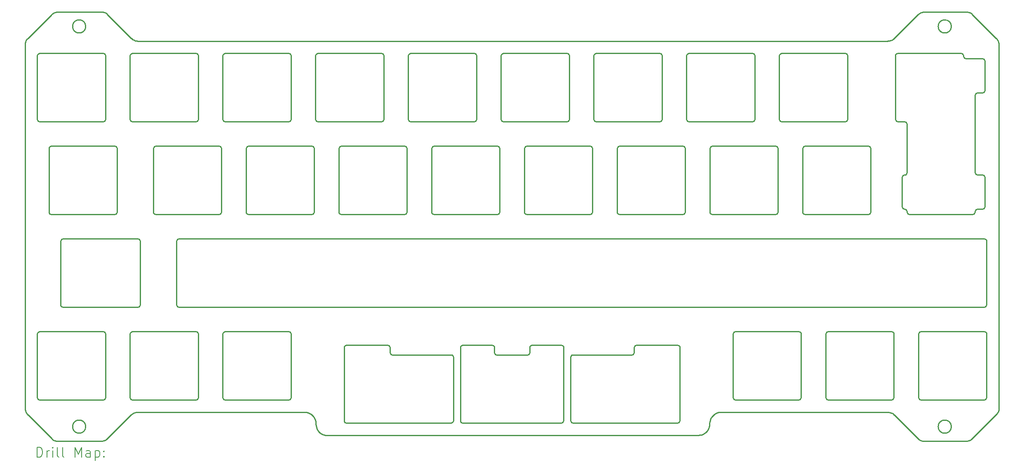
<source format=gbr>
%TF.GenerationSoftware,KiCad,Pcbnew,7.0.6*%
%TF.CreationDate,2023-08-05T15:34:41-04:00*%
%TF.ProjectId,cutiepie-symmetrical-all-stagger-plate,63757469-6570-4696-952d-73796d6d6574,rev?*%
%TF.SameCoordinates,Original*%
%TF.FileFunction,Drillmap*%
%TF.FilePolarity,Positive*%
%FSLAX45Y45*%
G04 Gerber Fmt 4.5, Leading zero omitted, Abs format (unit mm)*
G04 Created by KiCad (PCBNEW 7.0.6) date 2023-08-05 15:34:41*
%MOMM*%
%LPD*%
G01*
G04 APERTURE LIST*
%ADD10C,0.250000*%
%ADD11C,0.200000*%
G04 APERTURE END LIST*
D10*
X12923188Y-6855064D02*
X12897261Y-6847826D01*
X12879223Y-6828897D01*
X12873188Y-6805064D01*
X23400629Y-11170064D02*
X24700629Y-11170064D01*
X21445668Y-11220064D02*
X21452907Y-11194137D01*
X21471835Y-11176099D01*
X21495668Y-11170064D01*
X24461736Y-13364166D02*
X24944587Y-12881325D01*
X15363118Y-11596829D02*
X15363118Y-11496329D01*
X5729479Y-9315064D02*
X5736718Y-9289138D01*
X5755646Y-9271099D01*
X5779479Y-9265064D01*
X14223188Y-5455064D02*
X14249115Y-5462303D01*
X14267153Y-5481231D01*
X14273188Y-5505064D01*
X14828149Y-6855064D02*
X14802222Y-6847826D01*
X14784183Y-6828897D01*
X14778149Y-6805064D01*
X6603188Y-11170064D02*
X6629115Y-11177303D01*
X6647153Y-11196231D01*
X6653188Y-11220064D01*
X19938188Y-6855064D02*
X18638188Y-6855064D01*
X14778149Y-5505064D02*
X14785387Y-5479138D01*
X14804316Y-5461099D01*
X14828149Y-5455064D01*
X24274418Y-5505079D02*
X24267180Y-5479152D01*
X24248251Y-5461114D01*
X24224418Y-5455079D01*
X15363118Y-11496329D02*
X15370357Y-11470402D01*
X15389285Y-11452364D01*
X15413118Y-11446329D01*
X22795668Y-12570064D02*
X21495668Y-12570064D01*
X5491282Y-7410064D02*
X5498520Y-7384137D01*
X5517449Y-7366099D01*
X5541282Y-7360064D01*
X25003167Y-12739904D02*
X25003207Y-5285420D01*
X15304399Y-7360064D02*
X16604399Y-7360064D01*
X16683188Y-5505064D02*
X16690426Y-5479138D01*
X16709355Y-5461099D01*
X16733188Y-5455064D01*
X7182090Y-5143996D02*
X6699247Y-4661153D01*
X23062543Y-6855579D02*
X23088470Y-6862818D01*
X23106508Y-6881746D01*
X23112543Y-6905579D01*
X18083188Y-5505064D02*
X18083188Y-6805064D01*
X17459418Y-11646329D02*
X17485345Y-11639090D01*
X17503384Y-11620162D01*
X17509418Y-11596329D01*
X5253188Y-11220064D02*
X5260427Y-11194137D01*
X5279355Y-11176099D01*
X5303188Y-11170064D01*
X20543149Y-6855064D02*
X20517222Y-6847826D01*
X20499183Y-6828897D01*
X20493149Y-6805064D01*
X15304399Y-8760064D02*
X15278472Y-8752826D01*
X15260433Y-8733897D01*
X15254399Y-8710064D01*
X14778149Y-6805064D02*
X14778149Y-5505064D01*
X20969399Y-7410064D02*
X20976637Y-7384137D01*
X20995566Y-7366099D01*
X21019399Y-7360064D01*
X22712825Y-5202579D02*
X7323511Y-5202575D01*
X11603129Y-13046329D02*
X11577202Y-13039090D01*
X11559164Y-13020162D01*
X11553129Y-12996329D01*
X19064438Y-8710064D02*
X19064438Y-7410064D01*
X17209438Y-8760064D02*
X17183511Y-8752826D01*
X17165473Y-8733897D01*
X17159438Y-8710064D01*
X22874418Y-5505079D02*
X22874418Y-6805579D01*
X13796929Y-11696329D02*
X13796929Y-12996329D01*
X6653188Y-11220064D02*
X6653188Y-12520064D01*
X24712543Y-8601879D02*
X24712543Y-8001879D01*
X12318188Y-6855064D02*
X11018188Y-6855064D01*
X10413149Y-12570064D02*
X9113149Y-12570064D01*
X10463149Y-11220064D02*
X10463149Y-12520064D01*
X8984438Y-8760064D02*
X7684438Y-8760064D01*
X8984438Y-7360064D02*
X9010365Y-7367303D01*
X9028403Y-7386231D01*
X9034438Y-7410064D01*
X6891282Y-8710064D02*
X6884043Y-8735991D01*
X6865115Y-8754030D01*
X6841282Y-8760064D01*
X19938188Y-5455064D02*
X19964115Y-5462303D01*
X19982153Y-5481231D01*
X19988188Y-5505064D01*
X14749438Y-7410064D02*
X14749438Y-8710064D01*
X21843149Y-5455064D02*
X21869076Y-5462303D01*
X21887114Y-5481231D01*
X21893149Y-5505064D01*
X20493149Y-5505064D02*
X20500387Y-5479138D01*
X20519316Y-5461099D01*
X20543149Y-5455064D01*
X7634438Y-8710064D02*
X7634438Y-7410064D01*
X11444438Y-7410064D02*
X11451676Y-7384137D01*
X11470605Y-7366099D01*
X11494438Y-7360064D01*
X12544429Y-11646329D02*
X13746929Y-11646329D01*
X18033188Y-6855064D02*
X16733188Y-6855064D01*
X7182050Y-12881142D02*
X7204111Y-12862085D01*
X7228485Y-12846558D01*
X7254753Y-12834740D01*
X7282493Y-12826806D01*
X7311282Y-12822936D01*
X7321040Y-12822579D01*
X10725945Y-12822579D02*
X10751506Y-12823870D01*
X10776329Y-12827658D01*
X10811904Y-12837749D01*
X10845110Y-12852753D01*
X10875524Y-12872245D01*
X10902722Y-12895802D01*
X10926279Y-12923000D01*
X10945772Y-12953414D01*
X10960775Y-12986621D01*
X10970866Y-13022195D01*
X10974654Y-13047018D01*
X10975945Y-13072579D01*
X10889399Y-8760064D02*
X9589399Y-8760064D01*
X19114438Y-8760064D02*
X19088511Y-8752826D01*
X19070473Y-8733897D01*
X19064438Y-8710064D01*
X18450718Y-12996329D02*
X18443480Y-13022256D01*
X18424551Y-13040294D01*
X18400718Y-13046329D01*
X16063118Y-11496329D02*
X16063118Y-12996329D01*
X10939399Y-8710064D02*
X10932160Y-8735991D01*
X10913232Y-8754030D01*
X10889399Y-8760064D01*
X7317579Y-10665064D02*
X5779479Y-10665064D01*
X5059247Y-5143996D02*
X5039913Y-5166429D01*
X5024230Y-5191239D01*
X5012380Y-5217982D01*
X5004547Y-5246217D01*
X5000914Y-5275500D01*
X5000668Y-5285417D01*
X24700629Y-9265064D02*
X24726556Y-9272303D01*
X24744594Y-9291231D01*
X24750629Y-9315064D01*
X21445668Y-12520064D02*
X21445668Y-11220064D01*
X24750629Y-9315064D02*
X24750629Y-10615064D01*
X22319399Y-8760064D02*
X21019399Y-8760064D01*
X18450718Y-11496329D02*
X18450718Y-12996329D01*
X5253188Y-5505064D02*
X5260427Y-5479138D01*
X5279355Y-5461099D01*
X5303188Y-5455064D01*
X20414438Y-7360064D02*
X20440365Y-7367303D01*
X20458403Y-7386231D01*
X20464438Y-7410064D01*
X19988188Y-6805064D02*
X19980949Y-6830991D01*
X19962021Y-6849030D01*
X19938188Y-6855064D01*
X6247522Y-4902575D02*
G75*
G03*
X6247522Y-4902575I-135000J0D01*
G01*
X22924418Y-6855579D02*
X23062543Y-6855579D01*
X16206918Y-12996329D02*
X16206918Y-11696329D01*
X6841282Y-7360064D02*
X6867209Y-7367303D01*
X6885247Y-7386231D01*
X6891282Y-7410064D01*
X20493149Y-6805064D02*
X20493149Y-5505064D01*
X13349438Y-7410064D02*
X13356676Y-7384137D01*
X13375605Y-7366099D01*
X13399438Y-7360064D01*
X23478515Y-4602575D02*
X23448981Y-4604766D01*
X23420348Y-4611220D01*
X23393058Y-4621751D01*
X23367555Y-4636177D01*
X23344280Y-4654314D01*
X23337094Y-4661153D01*
X21495668Y-12570064D02*
X21469741Y-12562826D01*
X21451703Y-12543897D01*
X21445668Y-12520064D01*
X20940668Y-12520064D02*
X20933430Y-12545991D01*
X20914501Y-12564030D01*
X20890668Y-12570064D01*
X14699438Y-7360064D02*
X14725365Y-7367303D01*
X14743403Y-7386231D01*
X14749438Y-7410064D01*
X9113149Y-12570064D02*
X9087222Y-12562826D01*
X9069183Y-12543897D01*
X9063149Y-12520064D01*
X23478469Y-13422734D02*
X24320314Y-13422743D01*
X12873188Y-6805064D02*
X12873188Y-5505064D01*
X8110629Y-10615064D02*
X8110629Y-9315064D01*
X7323511Y-5202575D02*
X7293977Y-5200383D01*
X7265344Y-5193929D01*
X7238054Y-5183398D01*
X7212551Y-5168972D01*
X7189276Y-5150835D01*
X7182090Y-5143996D01*
X22795668Y-11170064D02*
X22821595Y-11177303D01*
X22839633Y-11196231D01*
X22845668Y-11220064D01*
X12444429Y-11446329D02*
X12444429Y-11446829D01*
X10413149Y-11170064D02*
X10439076Y-11177303D01*
X10457114Y-11196231D01*
X10463149Y-11220064D01*
X5542090Y-4661153D02*
X5059247Y-5143996D01*
X21893149Y-6805064D02*
X21885910Y-6830991D01*
X21866982Y-6849030D01*
X21843149Y-6855064D01*
X9063149Y-11220064D02*
X9070387Y-11194137D01*
X9089316Y-11176099D01*
X9113149Y-11170064D01*
X17159438Y-7410064D02*
X17166677Y-7384137D01*
X17185605Y-7366099D01*
X17209438Y-7360064D01*
X19540668Y-11220064D02*
X19547907Y-11194137D01*
X19566835Y-11176099D01*
X19590668Y-11170064D01*
X14828149Y-5455064D02*
X16128149Y-5455064D01*
X25003207Y-5285420D02*
X25001015Y-5255886D01*
X24994561Y-5227253D01*
X24984030Y-5199964D01*
X24969604Y-5174460D01*
X24951466Y-5151186D01*
X24944627Y-5143999D01*
X8508188Y-11170064D02*
X8534115Y-11177303D01*
X8552153Y-11196231D01*
X8558188Y-11220064D01*
X12444429Y-11446829D02*
X12470356Y-11454068D01*
X12488394Y-11472996D01*
X12494429Y-11496829D01*
X14749438Y-8710064D02*
X14742199Y-8735991D01*
X14723271Y-8754030D01*
X14699438Y-8760064D01*
X7367579Y-9315064D02*
X7367579Y-10615064D01*
X5253188Y-12520064D02*
X5253188Y-11220064D01*
X24944587Y-12881325D02*
X24963921Y-12858892D01*
X24979604Y-12834082D01*
X24991455Y-12807339D01*
X24999288Y-12779105D01*
X25002921Y-12749822D01*
X25003167Y-12739904D01*
X22319399Y-7360064D02*
X22345326Y-7367303D01*
X22363364Y-7386231D01*
X22369399Y-7410064D01*
X6247522Y-13122764D02*
G75*
G03*
X6247522Y-13122764I-135000J0D01*
G01*
X14640718Y-11496329D02*
X14640718Y-11596829D01*
X10463149Y-12520064D02*
X10455910Y-12545991D01*
X10436982Y-12564030D01*
X10413149Y-12570064D01*
X23062543Y-7951879D02*
X23036616Y-7959118D01*
X23018578Y-7978046D01*
X23012543Y-8001879D01*
X9063149Y-6805064D02*
X9063149Y-5505064D01*
X8558188Y-6805064D02*
X8550949Y-6830991D01*
X8532021Y-6849030D01*
X8508188Y-6855064D01*
X19057740Y-13072579D02*
X19059031Y-13047018D01*
X19062819Y-13022195D01*
X19072910Y-12986620D01*
X19087914Y-12953414D01*
X19107407Y-12923000D01*
X19130964Y-12895802D01*
X19158162Y-12872245D01*
X19188576Y-12852753D01*
X19221782Y-12837749D01*
X19257357Y-12827658D01*
X19282180Y-12823870D01*
X19307741Y-12822579D01*
X24026291Y-13122737D02*
G75*
G03*
X24026291Y-13122737I-135000J0D01*
G01*
X9539399Y-7410064D02*
X9546637Y-7384137D01*
X9565566Y-7366099D01*
X9589399Y-7360064D01*
X5059206Y-12881120D02*
X5542044Y-13363968D01*
X13746929Y-13046329D02*
X11603129Y-13046329D01*
X13990718Y-11446329D02*
X14590718Y-11446329D01*
X19064438Y-7410064D02*
X19071677Y-7384137D01*
X19090605Y-7366099D01*
X19114438Y-7360064D01*
X8508188Y-12570064D02*
X7208188Y-12570064D01*
X9589399Y-7360064D02*
X10889399Y-7360064D01*
X6603188Y-12570064D02*
X5303188Y-12570064D01*
X11018188Y-6855064D02*
X10992261Y-6847826D01*
X10974223Y-6828897D01*
X10968188Y-6805064D01*
X18400718Y-11446329D02*
X18426645Y-11453568D01*
X18444684Y-11472496D01*
X18450718Y-11496329D01*
X11202117Y-13298751D02*
X18831568Y-13298751D01*
X22369399Y-8710064D02*
X22362160Y-8735991D01*
X22343232Y-8754030D01*
X22319399Y-8760064D01*
X12844438Y-8710064D02*
X12837199Y-8735991D01*
X12818271Y-8754030D01*
X12794438Y-8760064D01*
X24750629Y-10615064D02*
X24743390Y-10640991D01*
X24724462Y-10659030D01*
X24700629Y-10665064D01*
X5683465Y-13422548D02*
X6557780Y-13422557D01*
X24026291Y-4902576D02*
G75*
G03*
X24026291Y-4902576I-135000J0D01*
G01*
X8160629Y-9265064D02*
X24700629Y-9265064D01*
X23012543Y-8601879D02*
X23019782Y-8627806D01*
X23038710Y-8645844D01*
X23062543Y-8651879D01*
X10889399Y-7360064D02*
X10915326Y-7367303D01*
X10933364Y-7386231D01*
X10939399Y-7410064D01*
X14273188Y-5505064D02*
X14273188Y-6805064D01*
X5491282Y-8710064D02*
X5491282Y-7410064D01*
X11553129Y-11496329D02*
X11560368Y-11470402D01*
X11579296Y-11452364D01*
X11603129Y-11446329D01*
X6557780Y-13422557D02*
X6587313Y-13420366D01*
X6615947Y-13413913D01*
X6643236Y-13403382D01*
X6668740Y-13388956D01*
X6692015Y-13370819D01*
X6699202Y-13363980D01*
X16013118Y-13046329D02*
X13990718Y-13046329D01*
X23350629Y-11220064D02*
X23357868Y-11194137D01*
X23376796Y-11176099D01*
X23400629Y-11170064D01*
X12873188Y-5505064D02*
X12880426Y-5479138D01*
X12899355Y-5461099D01*
X12923188Y-5455064D01*
X24224418Y-5455079D02*
X22924418Y-5455079D01*
X16733188Y-6855064D02*
X16707261Y-6847826D01*
X16689223Y-6828897D01*
X16683188Y-6805064D01*
X8110629Y-9315064D02*
X8117868Y-9289138D01*
X8136796Y-9271099D01*
X8160629Y-9265064D01*
X19114438Y-7360064D02*
X20414438Y-7360064D01*
X12318188Y-5455064D02*
X12344115Y-5462303D01*
X12362153Y-5481231D01*
X12368188Y-5505064D01*
X8508188Y-6855064D02*
X7208188Y-6855064D01*
X24750629Y-11220064D02*
X24750629Y-12520064D01*
X16063118Y-12996329D02*
X16055880Y-13022256D01*
X16036951Y-13040294D01*
X16013118Y-13046329D01*
X21019399Y-8760064D02*
X20993472Y-8752826D01*
X20975433Y-8733897D01*
X20969399Y-8710064D01*
X16206918Y-11696329D02*
X16214157Y-11670402D01*
X16233085Y-11652364D01*
X16256918Y-11646329D01*
X14699438Y-8760064D02*
X13399438Y-8760064D01*
X5000629Y-12739698D02*
X5002821Y-12769232D01*
X5009274Y-12797865D01*
X5019805Y-12825155D01*
X5034230Y-12850659D01*
X5052368Y-12873934D01*
X5059206Y-12881120D01*
X5729479Y-10615064D02*
X5729479Y-9315064D01*
X11494438Y-8760064D02*
X11468511Y-8752826D01*
X11450473Y-8733897D01*
X11444438Y-8710064D01*
X23400629Y-12570064D02*
X23374702Y-12562826D01*
X23356664Y-12543897D01*
X23350629Y-12520064D01*
X23112543Y-8701879D02*
X23112543Y-8710579D01*
X18083188Y-6805064D02*
X18075949Y-6830991D01*
X18057021Y-6849030D01*
X18033188Y-6855064D01*
X10413149Y-6855064D02*
X9113149Y-6855064D01*
X24662543Y-8651879D02*
X24688470Y-8644641D01*
X24706508Y-8625712D01*
X24712543Y-8601879D01*
X6653188Y-5505064D02*
X6653188Y-6805064D01*
X10463149Y-6805064D02*
X10455910Y-6830991D01*
X10436982Y-6849030D01*
X10413149Y-6855064D01*
X18588188Y-6805064D02*
X18588188Y-5505064D01*
X24512543Y-7901879D02*
X24512543Y-6314279D01*
X24662543Y-6264279D02*
X24688470Y-6257040D01*
X24706508Y-6238112D01*
X24712543Y-6214279D01*
X12494429Y-11596329D02*
X12501668Y-11622256D01*
X12520596Y-11640294D01*
X12544429Y-11646329D01*
X24662543Y-7951879D02*
X24562543Y-7951879D01*
X11603129Y-11446329D02*
X12444429Y-11446329D01*
X17559418Y-11446829D02*
X18400718Y-11446829D01*
X7317579Y-9265064D02*
X7343506Y-9272303D01*
X7361544Y-9291231D01*
X7367579Y-9315064D01*
X21019399Y-7360064D02*
X22319399Y-7360064D01*
X12794438Y-8760064D02*
X11494438Y-8760064D01*
X14223188Y-6855064D02*
X12923188Y-6855064D01*
X6699202Y-13363980D02*
X7182050Y-12881142D01*
X23112543Y-7901879D02*
X23105305Y-7927806D01*
X23086376Y-7945844D01*
X23062543Y-7951879D01*
X7158188Y-5505064D02*
X7165426Y-5479138D01*
X7184355Y-5461099D01*
X7208188Y-5455064D01*
X7158188Y-6805064D02*
X7158188Y-5505064D01*
X6699247Y-4661153D02*
X6676814Y-4641819D01*
X6652004Y-4626136D01*
X6625260Y-4614286D01*
X6597026Y-4606453D01*
X6567743Y-4602820D01*
X6557826Y-4602575D01*
X24562543Y-8651879D02*
X24662543Y-8651879D01*
X11444438Y-8710064D02*
X11444438Y-7410064D01*
X16128149Y-5455064D02*
X16154075Y-5462303D01*
X16172114Y-5481231D01*
X16178149Y-5505064D01*
X5683511Y-4602575D02*
X5653977Y-4604766D01*
X5625344Y-4611220D01*
X5598054Y-4621751D01*
X5572551Y-4636177D01*
X5549276Y-4654314D01*
X5542090Y-4661153D01*
X18831568Y-13298751D02*
X18866011Y-13296145D01*
X18898824Y-13288583D01*
X18929622Y-13276449D01*
X18958022Y-13260125D01*
X18983640Y-13239997D01*
X19006092Y-13216447D01*
X19024996Y-13189859D01*
X19039966Y-13160618D01*
X19050619Y-13129105D01*
X19056572Y-13095707D01*
X19057740Y-13072582D01*
X10975945Y-13072579D02*
X10978551Y-13107023D01*
X10986113Y-13139836D01*
X10998248Y-13170634D01*
X11014572Y-13199034D01*
X11034701Y-13224652D01*
X11058251Y-13247105D01*
X11084839Y-13266008D01*
X11114081Y-13280978D01*
X11145594Y-13291631D01*
X11178993Y-13297584D01*
X11202117Y-13298751D01*
X7321040Y-12822579D02*
X10725945Y-12822579D01*
X24512543Y-8701879D02*
X24519782Y-8675952D01*
X24538710Y-8657914D01*
X24562543Y-8651879D01*
X23337048Y-13364154D02*
X23359482Y-13383488D01*
X23384291Y-13399172D01*
X23411034Y-13411022D01*
X23439269Y-13418855D01*
X23468551Y-13422488D01*
X23478469Y-13422734D01*
X9113149Y-11170064D02*
X10413149Y-11170064D01*
X14690718Y-11646829D02*
X15313118Y-11646829D01*
X5779479Y-9265064D02*
X7317579Y-9265064D01*
X24944627Y-5143999D02*
X24461781Y-4661153D01*
X12844438Y-7410064D02*
X12844438Y-8710064D01*
X20464438Y-8710064D02*
X20457199Y-8735991D01*
X20438271Y-8754030D01*
X20414438Y-8760064D01*
X16683188Y-6805064D02*
X16683188Y-5505064D01*
X16178149Y-6805064D02*
X16170910Y-6830991D01*
X16151982Y-6849030D01*
X16128149Y-6855064D01*
X13399438Y-7360064D02*
X14699438Y-7360064D01*
X12368188Y-5505064D02*
X12368188Y-6805064D01*
X13349438Y-8710064D02*
X13349438Y-7410064D01*
X24712543Y-6214279D02*
X24712543Y-5614279D01*
X24462543Y-8760579D02*
X24488470Y-8753341D01*
X24506508Y-8734412D01*
X24512543Y-8710579D01*
X22712646Y-12822584D02*
X22742180Y-12824776D01*
X22770814Y-12831230D01*
X22798103Y-12841761D01*
X22823607Y-12856187D01*
X22846882Y-12874325D01*
X22854069Y-12881164D01*
X16128149Y-6855064D02*
X14828149Y-6855064D01*
X17509418Y-11596329D02*
X17509418Y-11496829D01*
X24274418Y-5514279D02*
X24274418Y-5505079D01*
X18509438Y-8760064D02*
X17209438Y-8760064D01*
X19307741Y-12822579D02*
X22712646Y-12822584D01*
X5542044Y-13363968D02*
X5564477Y-13383302D01*
X5589287Y-13398986D01*
X5616030Y-13410836D01*
X5644264Y-13418669D01*
X5673547Y-13422302D01*
X5683465Y-13422548D01*
X9113149Y-6855064D02*
X9087222Y-6847826D01*
X9069183Y-6828897D01*
X9063149Y-6805064D01*
X24562543Y-7951879D02*
X24536616Y-7944640D01*
X24518578Y-7925712D01*
X24512543Y-7901879D01*
X24712543Y-5614279D02*
X24705305Y-5588352D01*
X24686376Y-5570314D01*
X24662543Y-5564279D01*
X18559438Y-7410064D02*
X18559438Y-8710064D01*
X24320314Y-13422743D02*
X24349847Y-13420552D01*
X24378481Y-13414099D01*
X24405770Y-13403568D01*
X24431274Y-13389142D01*
X24454549Y-13371005D01*
X24461736Y-13364166D01*
X7684438Y-8760064D02*
X7658511Y-8752826D01*
X7640473Y-8733897D01*
X7634438Y-8710064D01*
X7208188Y-12570064D02*
X7182261Y-12562826D01*
X7164223Y-12543897D01*
X7158188Y-12520064D01*
X19057740Y-13072582D02*
X19057740Y-13072579D01*
X16654399Y-7410064D02*
X16654399Y-8710064D01*
X5541282Y-8760064D02*
X5515355Y-8752826D01*
X5497317Y-8733897D01*
X5491282Y-8710064D01*
X17159438Y-8710064D02*
X17159438Y-7410064D01*
X13796929Y-12996329D02*
X13789690Y-13022256D01*
X13770762Y-13040294D01*
X13746929Y-13046329D01*
X15413118Y-11446329D02*
X16013118Y-11446329D01*
X24712543Y-8001879D02*
X24705305Y-7975952D01*
X24686376Y-7957914D01*
X24662543Y-7951879D01*
X7367579Y-10615064D02*
X7360340Y-10640991D01*
X7341412Y-10659030D01*
X7317579Y-10665064D01*
X6841282Y-8760064D02*
X5541282Y-8760064D01*
X23112543Y-6905579D02*
X23112543Y-7901879D01*
X24512543Y-6314279D02*
X24519782Y-6288352D01*
X24538710Y-6270314D01*
X24562543Y-6264279D01*
X5000668Y-5285417D02*
X5000668Y-9000452D01*
X18588188Y-5505064D02*
X18595427Y-5479138D01*
X18614355Y-5461099D01*
X18638188Y-5455064D01*
X14590718Y-11446329D02*
X14616645Y-11453568D01*
X14634683Y-11472496D01*
X14640718Y-11496329D01*
X5541282Y-7360064D02*
X6841282Y-7360064D01*
X8160629Y-10665064D02*
X8134702Y-10657826D01*
X8116664Y-10638897D01*
X8110629Y-10615064D01*
X7158188Y-11220064D02*
X7165426Y-11194137D01*
X7184355Y-11176099D01*
X7208188Y-11170064D01*
X5000668Y-9000452D02*
X5000629Y-12739698D01*
X15254399Y-7410064D02*
X15261637Y-7384137D01*
X15280566Y-7366099D01*
X15304399Y-7360064D01*
X16256918Y-11646329D02*
X17459418Y-11646329D01*
X12794438Y-7360064D02*
X12820365Y-7367303D01*
X12838403Y-7386231D01*
X12844438Y-7410064D01*
X7208188Y-11170064D02*
X8508188Y-11170064D01*
X22369399Y-7410064D02*
X22369399Y-8710064D01*
X21893149Y-5505064D02*
X21893149Y-6805064D01*
X7208188Y-6855064D02*
X7182261Y-6847826D01*
X7164223Y-6828897D01*
X7158188Y-6805064D01*
X15254399Y-8710064D02*
X15254399Y-7410064D01*
X9063149Y-12520064D02*
X9063149Y-11220064D01*
X20969399Y-8710064D02*
X20969399Y-7410064D01*
X15313118Y-11646829D02*
X15339045Y-11639590D01*
X15357083Y-11620662D01*
X15363118Y-11596829D01*
X24562543Y-6264279D02*
X24662543Y-6264279D01*
X5303188Y-6855064D02*
X5277261Y-6847826D01*
X5259223Y-6828897D01*
X5253188Y-6805064D01*
X19590668Y-12570064D02*
X19564741Y-12562826D01*
X19546703Y-12543897D01*
X19540668Y-12520064D01*
X20940668Y-11220064D02*
X20940668Y-12520064D01*
X7684438Y-7360064D02*
X8984438Y-7360064D01*
X9539399Y-8710064D02*
X9539399Y-7410064D01*
X6603188Y-6855064D02*
X5303188Y-6855064D01*
X10968188Y-5505064D02*
X10975427Y-5479138D01*
X10994355Y-5461099D01*
X11018188Y-5455064D01*
X23112543Y-8710579D02*
X23119782Y-8736506D01*
X23138710Y-8754544D01*
X23162543Y-8760579D01*
X11018188Y-5455064D02*
X12318188Y-5455064D01*
X24700629Y-12570064D02*
X23400629Y-12570064D01*
X16178149Y-5505064D02*
X16178149Y-6805064D01*
X20890668Y-11170064D02*
X20916595Y-11177303D01*
X20934634Y-11196231D01*
X20940668Y-11220064D01*
X24324418Y-5564279D02*
X24298491Y-5557041D01*
X24280453Y-5538112D01*
X24274418Y-5514279D01*
X5303188Y-11170064D02*
X6603188Y-11170064D01*
X18033188Y-5455064D02*
X18059115Y-5462303D01*
X18077153Y-5481231D01*
X18083188Y-5505064D01*
X12923188Y-5455064D02*
X14223188Y-5455064D01*
X23162543Y-8760579D02*
X24462543Y-8760579D01*
X17209438Y-7360064D02*
X18509438Y-7360064D01*
X9589399Y-8760064D02*
X9563472Y-8752826D01*
X9545433Y-8733897D01*
X9539399Y-8710064D01*
X8558188Y-11220064D02*
X8558188Y-12520064D01*
X10939399Y-7410064D02*
X10939399Y-8710064D01*
X16654399Y-8710064D02*
X16647160Y-8735991D01*
X16628232Y-8754030D01*
X16604399Y-8760064D01*
X16256918Y-13046329D02*
X16230991Y-13039090D01*
X16212953Y-13020162D01*
X16206918Y-12996329D01*
X23350629Y-12520064D02*
X23350629Y-11220064D01*
X18638188Y-6855064D02*
X18612261Y-6847826D01*
X18594223Y-6828897D01*
X18588188Y-6805064D01*
X22845668Y-12520064D02*
X22838430Y-12545991D01*
X22819501Y-12564030D01*
X22795668Y-12570064D01*
X13940718Y-11496329D02*
X13947957Y-11470402D01*
X13966885Y-11452364D01*
X13990718Y-11446329D01*
X12368188Y-6805064D02*
X12360949Y-6830991D01*
X12342021Y-6849030D01*
X12318188Y-6855064D01*
X19590668Y-11170064D02*
X20890668Y-11170064D01*
X10463149Y-5505064D02*
X10463149Y-6805064D01*
X12494429Y-11496829D02*
X12494429Y-11596329D01*
X23012543Y-8001879D02*
X23012543Y-8601879D01*
X9113149Y-5455064D02*
X10413149Y-5455064D01*
X11494438Y-7360064D02*
X12794438Y-7360064D01*
X21495668Y-11170064D02*
X22795668Y-11170064D01*
X6557826Y-4602575D02*
X5683511Y-4602575D01*
X6891282Y-7410064D02*
X6891282Y-8710064D01*
X5779479Y-10665064D02*
X5753552Y-10657826D01*
X5735514Y-10638897D01*
X5729479Y-10615064D01*
X24700629Y-10665064D02*
X8160629Y-10665064D01*
X22854069Y-12881164D02*
X23337048Y-13364154D01*
X13399438Y-8760064D02*
X13373511Y-8752826D01*
X13355473Y-8733897D01*
X13349438Y-8710064D01*
X17509418Y-11496829D02*
X17516657Y-11470902D01*
X17535585Y-11452864D01*
X17559418Y-11446829D01*
X6653188Y-6805064D02*
X6645949Y-6830991D01*
X6627021Y-6849030D01*
X6603188Y-6855064D01*
X24461781Y-4661153D02*
X24439348Y-4641819D01*
X24414538Y-4626136D01*
X24387794Y-4614286D01*
X24359560Y-4606453D01*
X24330277Y-4602820D01*
X24320360Y-4602575D01*
X16604399Y-7360064D02*
X16630325Y-7367303D01*
X16648364Y-7386231D01*
X16654399Y-7410064D01*
X22845668Y-11220064D02*
X22845668Y-12520064D01*
X10968188Y-6805064D02*
X10968188Y-5505064D01*
X24320360Y-4602575D02*
X23478515Y-4602575D01*
X14273188Y-6805064D02*
X14265949Y-6830991D01*
X14247021Y-6849030D01*
X14223188Y-6855064D01*
X18638188Y-5455064D02*
X19938188Y-5455064D01*
X5303188Y-5455064D02*
X6603188Y-5455064D01*
X24662543Y-5564279D02*
X24324418Y-5564279D01*
X16604399Y-8760064D02*
X15304399Y-8760064D01*
X19540668Y-12520064D02*
X19540668Y-11220064D01*
X20464438Y-7410064D02*
X20464438Y-8710064D01*
X22854247Y-5144000D02*
X22831813Y-5163334D01*
X22807004Y-5179017D01*
X22780260Y-5190867D01*
X22752026Y-5198700D01*
X22722743Y-5202333D01*
X22712825Y-5202579D01*
X23062543Y-8651879D02*
X23088470Y-8659118D01*
X23106508Y-8678046D01*
X23112543Y-8701879D01*
X13990718Y-13046329D02*
X13964791Y-13039090D01*
X13946753Y-13020162D01*
X13940718Y-12996329D01*
X13746929Y-11646329D02*
X13772856Y-11653568D01*
X13790894Y-11672496D01*
X13796929Y-11696329D01*
X6653188Y-12520064D02*
X6645949Y-12545991D01*
X6627021Y-12564030D01*
X6603188Y-12570064D01*
X9034438Y-8710064D02*
X9027199Y-8735991D01*
X9008271Y-8754030D01*
X8984438Y-8760064D01*
X20414438Y-8760064D02*
X19114438Y-8760064D01*
X16733188Y-5455064D02*
X18033188Y-5455064D01*
X18559438Y-8710064D02*
X18552199Y-8735991D01*
X18533271Y-8754030D01*
X18509438Y-8760064D01*
X21843149Y-6855064D02*
X20543149Y-6855064D01*
X9034438Y-7410064D02*
X9034438Y-8710064D01*
X22924418Y-5455079D02*
X22898491Y-5462318D01*
X22880453Y-5481246D01*
X22874418Y-5505079D01*
X8558188Y-5505064D02*
X8558188Y-6805064D01*
X13940718Y-12996329D02*
X13940718Y-11496329D01*
X7158188Y-12520064D02*
X7158188Y-11220064D01*
X16013118Y-11446329D02*
X16039045Y-11453568D01*
X16057083Y-11472496D01*
X16063118Y-11496329D01*
X24750629Y-12520064D02*
X24743390Y-12545991D01*
X24724462Y-12564030D01*
X24700629Y-12570064D01*
X18509438Y-7360064D02*
X18535365Y-7367303D01*
X18553403Y-7386231D01*
X18559438Y-7410064D01*
X10413149Y-5455064D02*
X10439076Y-5462303D01*
X10457114Y-5481231D01*
X10463149Y-5505064D01*
X20890668Y-12570064D02*
X19590668Y-12570064D01*
X5253188Y-6805064D02*
X5253188Y-5505064D01*
X7208188Y-5455064D02*
X8508188Y-5455064D01*
X6603188Y-5455064D02*
X6629115Y-5462303D01*
X6647153Y-5481231D01*
X6653188Y-5505064D01*
X8508188Y-5455064D02*
X8534115Y-5462303D01*
X8552153Y-5481231D01*
X8558188Y-5505064D01*
X8558188Y-12520064D02*
X8550949Y-12545991D01*
X8532021Y-12564030D01*
X8508188Y-12570064D01*
X5303188Y-12570064D02*
X5277261Y-12562826D01*
X5259223Y-12543897D01*
X5253188Y-12520064D01*
X22874418Y-6805579D02*
X22881657Y-6831506D01*
X22900585Y-6849544D01*
X22924418Y-6855579D01*
X18400718Y-11446829D02*
X18400718Y-11446329D01*
X20543149Y-5455064D02*
X21843149Y-5455064D01*
X14640718Y-11596829D02*
X14647957Y-11622756D01*
X14666885Y-11640794D01*
X14690718Y-11646829D01*
X11553129Y-12996329D02*
X11553129Y-11496329D01*
X7634438Y-7410064D02*
X7641676Y-7384137D01*
X7660605Y-7366099D01*
X7684438Y-7360064D01*
X24512543Y-8710579D02*
X24512543Y-8701879D01*
X24700629Y-11170064D02*
X24726556Y-11177303D01*
X24744594Y-11196231D01*
X24750629Y-11220064D01*
X18400718Y-13046329D02*
X16256918Y-13046329D01*
X9063149Y-5505064D02*
X9070387Y-5479138D01*
X9089316Y-5461099D01*
X9113149Y-5455064D01*
X23337094Y-4661153D02*
X22854247Y-5144000D01*
X19988188Y-5505064D02*
X19988188Y-6805064D01*
D11*
X5248906Y-13746728D02*
X5248906Y-13546728D01*
X5248906Y-13546728D02*
X5296525Y-13546728D01*
X5296525Y-13546728D02*
X5325096Y-13556251D01*
X5325096Y-13556251D02*
X5344144Y-13575299D01*
X5344144Y-13575299D02*
X5353667Y-13594347D01*
X5353667Y-13594347D02*
X5363191Y-13632442D01*
X5363191Y-13632442D02*
X5363191Y-13661013D01*
X5363191Y-13661013D02*
X5353667Y-13699108D01*
X5353667Y-13699108D02*
X5344144Y-13718156D01*
X5344144Y-13718156D02*
X5325096Y-13737204D01*
X5325096Y-13737204D02*
X5296525Y-13746728D01*
X5296525Y-13746728D02*
X5248906Y-13746728D01*
X5448906Y-13746728D02*
X5448906Y-13613394D01*
X5448906Y-13651489D02*
X5458429Y-13632442D01*
X5458429Y-13632442D02*
X5467953Y-13622918D01*
X5467953Y-13622918D02*
X5487001Y-13613394D01*
X5487001Y-13613394D02*
X5506048Y-13613394D01*
X5572715Y-13746728D02*
X5572715Y-13613394D01*
X5572715Y-13546728D02*
X5563191Y-13556251D01*
X5563191Y-13556251D02*
X5572715Y-13565775D01*
X5572715Y-13565775D02*
X5582239Y-13556251D01*
X5582239Y-13556251D02*
X5572715Y-13546728D01*
X5572715Y-13546728D02*
X5572715Y-13565775D01*
X5696524Y-13746728D02*
X5677477Y-13737204D01*
X5677477Y-13737204D02*
X5667953Y-13718156D01*
X5667953Y-13718156D02*
X5667953Y-13546728D01*
X5801286Y-13746728D02*
X5782239Y-13737204D01*
X5782239Y-13737204D02*
X5772715Y-13718156D01*
X5772715Y-13718156D02*
X5772715Y-13546728D01*
X6029858Y-13746728D02*
X6029858Y-13546728D01*
X6029858Y-13546728D02*
X6096525Y-13689585D01*
X6096525Y-13689585D02*
X6163191Y-13546728D01*
X6163191Y-13546728D02*
X6163191Y-13746728D01*
X6344144Y-13746728D02*
X6344144Y-13641966D01*
X6344144Y-13641966D02*
X6334620Y-13622918D01*
X6334620Y-13622918D02*
X6315572Y-13613394D01*
X6315572Y-13613394D02*
X6277477Y-13613394D01*
X6277477Y-13613394D02*
X6258429Y-13622918D01*
X6344144Y-13737204D02*
X6325096Y-13746728D01*
X6325096Y-13746728D02*
X6277477Y-13746728D01*
X6277477Y-13746728D02*
X6258429Y-13737204D01*
X6258429Y-13737204D02*
X6248905Y-13718156D01*
X6248905Y-13718156D02*
X6248905Y-13699108D01*
X6248905Y-13699108D02*
X6258429Y-13680061D01*
X6258429Y-13680061D02*
X6277477Y-13670537D01*
X6277477Y-13670537D02*
X6325096Y-13670537D01*
X6325096Y-13670537D02*
X6344144Y-13661013D01*
X6439382Y-13613394D02*
X6439382Y-13813394D01*
X6439382Y-13622918D02*
X6458429Y-13613394D01*
X6458429Y-13613394D02*
X6496525Y-13613394D01*
X6496525Y-13613394D02*
X6515572Y-13622918D01*
X6515572Y-13622918D02*
X6525096Y-13632442D01*
X6525096Y-13632442D02*
X6534620Y-13651489D01*
X6534620Y-13651489D02*
X6534620Y-13708632D01*
X6534620Y-13708632D02*
X6525096Y-13727680D01*
X6525096Y-13727680D02*
X6515572Y-13737204D01*
X6515572Y-13737204D02*
X6496525Y-13746728D01*
X6496525Y-13746728D02*
X6458429Y-13746728D01*
X6458429Y-13746728D02*
X6439382Y-13737204D01*
X6620334Y-13727680D02*
X6629858Y-13737204D01*
X6629858Y-13737204D02*
X6620334Y-13746728D01*
X6620334Y-13746728D02*
X6610810Y-13737204D01*
X6610810Y-13737204D02*
X6620334Y-13727680D01*
X6620334Y-13727680D02*
X6620334Y-13746728D01*
X6620334Y-13622918D02*
X6629858Y-13632442D01*
X6629858Y-13632442D02*
X6620334Y-13641966D01*
X6620334Y-13641966D02*
X6610810Y-13632442D01*
X6610810Y-13632442D02*
X6620334Y-13622918D01*
X6620334Y-13622918D02*
X6620334Y-13641966D01*
M02*

</source>
